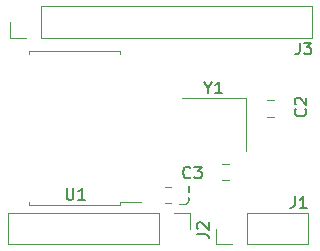
<source format=gbr>
G04 #@! TF.GenerationSoftware,KiCad,Pcbnew,5.1.2-f72e74a~84~ubuntu18.04.1*
G04 #@! TF.CreationDate,2019-06-19T14:53:36+07:00*
G04 #@! TF.ProjectId,serial_matrix_keyboard_shild,73657269-616c-45f6-9d61-747269785f6b,rev?*
G04 #@! TF.SameCoordinates,Original*
G04 #@! TF.FileFunction,Legend,Top*
G04 #@! TF.FilePolarity,Positive*
%FSLAX46Y46*%
G04 Gerber Fmt 4.6, Leading zero omitted, Abs format (unit mm)*
G04 Created by KiCad (PCBNEW 5.1.2-f72e74a~84~ubuntu18.04.1) date 2019-06-19 14:53:36*
%MOMM*%
%LPD*%
G04 APERTURE LIST*
%ADD10C,0.120000*%
%ADD11C,0.150000*%
%ADD12C,0.100000*%
%ADD13C,0.702000*%
%ADD14C,1.252000*%
%ADD15R,1.802000X1.802000*%
%ADD16O,1.802000X1.802000*%
%ADD17R,2.202000X1.902000*%
G04 APERTURE END LIST*
D10*
X203400000Y-89490000D02*
X199540000Y-89490000D01*
X199540000Y-89490000D02*
X199540000Y-89725000D01*
X203400000Y-89490000D02*
X207260000Y-89490000D01*
X207260000Y-89490000D02*
X207260000Y-89725000D01*
X203400000Y-102510000D02*
X199540000Y-102510000D01*
X199540000Y-102510000D02*
X199540000Y-102275000D01*
X203400000Y-102510000D02*
X207260000Y-102510000D01*
X207260000Y-102510000D02*
X207260000Y-102275000D01*
X207260000Y-102275000D02*
X209075000Y-102275000D01*
X211088748Y-102360000D02*
X211611252Y-102360000D01*
X211088748Y-100940000D02*
X211611252Y-100940000D01*
X219738748Y-93590000D02*
X220261252Y-93590000D01*
X219738748Y-95010000D02*
X220261252Y-95010000D01*
X215938748Y-100410000D02*
X216461252Y-100410000D01*
X215938748Y-98990000D02*
X216461252Y-98990000D01*
X223170000Y-105830000D02*
X223170000Y-103170000D01*
X218030000Y-105830000D02*
X223170000Y-105830000D01*
X218030000Y-103170000D02*
X223170000Y-103170000D01*
X218030000Y-105830000D02*
X218030000Y-103170000D01*
X216760000Y-105830000D02*
X215430000Y-105830000D01*
X215430000Y-105830000D02*
X215430000Y-104500000D01*
X197810000Y-103170000D02*
X197810000Y-105830000D01*
X210570000Y-103170000D02*
X197810000Y-103170000D01*
X210570000Y-105830000D02*
X197810000Y-105830000D01*
X210570000Y-103170000D02*
X210570000Y-105830000D01*
X211840000Y-103170000D02*
X213170000Y-103170000D01*
X213170000Y-103170000D02*
X213170000Y-104500000D01*
X223490000Y-88330000D02*
X223490000Y-85670000D01*
X200570000Y-88330000D02*
X223490000Y-88330000D01*
X200570000Y-85670000D02*
X223490000Y-85670000D01*
X200570000Y-88330000D02*
X200570000Y-85670000D01*
X199300000Y-88330000D02*
X197970000Y-88330000D01*
X197970000Y-88330000D02*
X197970000Y-87000000D01*
X217900000Y-97950000D02*
X217900000Y-93450000D01*
X217900000Y-93450000D02*
X212500000Y-93450000D01*
D11*
X202738095Y-101052380D02*
X202738095Y-101861904D01*
X202785714Y-101957142D01*
X202833333Y-102004761D01*
X202928571Y-102052380D01*
X203119047Y-102052380D01*
X203214285Y-102004761D01*
X203261904Y-101957142D01*
X203309523Y-101861904D01*
X203309523Y-101052380D01*
X204309523Y-102052380D02*
X203738095Y-102052380D01*
X204023809Y-102052380D02*
X204023809Y-101052380D01*
X203928571Y-101195238D01*
X203833333Y-101290476D01*
X203738095Y-101338095D01*
X213007142Y-101816666D02*
X213054761Y-101864285D01*
X213102380Y-102007142D01*
X213102380Y-102102380D01*
X213054761Y-102245238D01*
X212959523Y-102340476D01*
X212864285Y-102388095D01*
X212673809Y-102435714D01*
X212530952Y-102435714D01*
X212340476Y-102388095D01*
X212245238Y-102340476D01*
X212150000Y-102245238D01*
X212102380Y-102102380D01*
X212102380Y-102007142D01*
X212150000Y-101864285D01*
X212197619Y-101816666D01*
X213102380Y-100864285D02*
X213102380Y-101435714D01*
X213102380Y-101150000D02*
X212102380Y-101150000D01*
X212245238Y-101245238D01*
X212340476Y-101340476D01*
X212388095Y-101435714D01*
X222957142Y-94366666D02*
X223004761Y-94414285D01*
X223052380Y-94557142D01*
X223052380Y-94652380D01*
X223004761Y-94795238D01*
X222909523Y-94890476D01*
X222814285Y-94938095D01*
X222623809Y-94985714D01*
X222480952Y-94985714D01*
X222290476Y-94938095D01*
X222195238Y-94890476D01*
X222100000Y-94795238D01*
X222052380Y-94652380D01*
X222052380Y-94557142D01*
X222100000Y-94414285D01*
X222147619Y-94366666D01*
X222147619Y-93985714D02*
X222100000Y-93938095D01*
X222052380Y-93842857D01*
X222052380Y-93604761D01*
X222100000Y-93509523D01*
X222147619Y-93461904D01*
X222242857Y-93414285D01*
X222338095Y-93414285D01*
X222480952Y-93461904D01*
X223052380Y-94033333D01*
X223052380Y-93414285D01*
X213233333Y-100157142D02*
X213185714Y-100204761D01*
X213042857Y-100252380D01*
X212947619Y-100252380D01*
X212804761Y-100204761D01*
X212709523Y-100109523D01*
X212661904Y-100014285D01*
X212614285Y-99823809D01*
X212614285Y-99680952D01*
X212661904Y-99490476D01*
X212709523Y-99395238D01*
X212804761Y-99300000D01*
X212947619Y-99252380D01*
X213042857Y-99252380D01*
X213185714Y-99300000D01*
X213233333Y-99347619D01*
X213566666Y-99252380D02*
X214185714Y-99252380D01*
X213852380Y-99633333D01*
X213995238Y-99633333D01*
X214090476Y-99680952D01*
X214138095Y-99728571D01*
X214185714Y-99823809D01*
X214185714Y-100061904D01*
X214138095Y-100157142D01*
X214090476Y-100204761D01*
X213995238Y-100252380D01*
X213709523Y-100252380D01*
X213614285Y-100204761D01*
X213566666Y-100157142D01*
X222066666Y-101752380D02*
X222066666Y-102466666D01*
X222019047Y-102609523D01*
X221923809Y-102704761D01*
X221780952Y-102752380D01*
X221685714Y-102752380D01*
X223066666Y-102752380D02*
X222495238Y-102752380D01*
X222780952Y-102752380D02*
X222780952Y-101752380D01*
X222685714Y-101895238D01*
X222590476Y-101990476D01*
X222495238Y-102038095D01*
X213777380Y-104958333D02*
X214491666Y-104958333D01*
X214634523Y-105005952D01*
X214729761Y-105101190D01*
X214777380Y-105244047D01*
X214777380Y-105339285D01*
X213872619Y-104529761D02*
X213825000Y-104482142D01*
X213777380Y-104386904D01*
X213777380Y-104148809D01*
X213825000Y-104053571D01*
X213872619Y-104005952D01*
X213967857Y-103958333D01*
X214063095Y-103958333D01*
X214205952Y-104005952D01*
X214777380Y-104577380D01*
X214777380Y-103958333D01*
X222466666Y-88752380D02*
X222466666Y-89466666D01*
X222419047Y-89609523D01*
X222323809Y-89704761D01*
X222180952Y-89752380D01*
X222085714Y-89752380D01*
X222847619Y-88752380D02*
X223466666Y-88752380D01*
X223133333Y-89133333D01*
X223276190Y-89133333D01*
X223371428Y-89180952D01*
X223419047Y-89228571D01*
X223466666Y-89323809D01*
X223466666Y-89561904D01*
X223419047Y-89657142D01*
X223371428Y-89704761D01*
X223276190Y-89752380D01*
X222990476Y-89752380D01*
X222895238Y-89704761D01*
X222847619Y-89657142D01*
X214723809Y-92576190D02*
X214723809Y-93052380D01*
X214390476Y-92052380D02*
X214723809Y-92576190D01*
X215057142Y-92052380D01*
X215914285Y-93052380D02*
X215342857Y-93052380D01*
X215628571Y-93052380D02*
X215628571Y-92052380D01*
X215533333Y-92195238D01*
X215438095Y-92290476D01*
X215342857Y-92338095D01*
%LPC*%
D12*
G36*
X208967702Y-101364845D02*
G01*
X208984738Y-101367372D01*
X209001445Y-101371557D01*
X209017661Y-101377359D01*
X209033230Y-101384723D01*
X209048003Y-101393577D01*
X209061836Y-101403837D01*
X209074597Y-101415403D01*
X209086163Y-101428164D01*
X209096423Y-101441997D01*
X209105277Y-101456770D01*
X209112641Y-101472339D01*
X209118443Y-101488555D01*
X209122628Y-101505262D01*
X209125155Y-101522298D01*
X209126000Y-101539500D01*
X209126000Y-101890500D01*
X209125155Y-101907702D01*
X209122628Y-101924738D01*
X209118443Y-101941445D01*
X209112641Y-101957661D01*
X209105277Y-101973230D01*
X209096423Y-101988003D01*
X209086163Y-102001836D01*
X209074597Y-102014597D01*
X209061836Y-102026163D01*
X209048003Y-102036423D01*
X209033230Y-102045277D01*
X209017661Y-102052641D01*
X209001445Y-102058443D01*
X208984738Y-102062628D01*
X208967702Y-102065155D01*
X208950500Y-102066000D01*
X207149500Y-102066000D01*
X207132298Y-102065155D01*
X207115262Y-102062628D01*
X207098555Y-102058443D01*
X207082339Y-102052641D01*
X207066770Y-102045277D01*
X207051997Y-102036423D01*
X207038164Y-102026163D01*
X207025403Y-102014597D01*
X207013837Y-102001836D01*
X207003577Y-101988003D01*
X206994723Y-101973230D01*
X206987359Y-101957661D01*
X206981557Y-101941445D01*
X206977372Y-101924738D01*
X206974845Y-101907702D01*
X206974000Y-101890500D01*
X206974000Y-101539500D01*
X206974845Y-101522298D01*
X206977372Y-101505262D01*
X206981557Y-101488555D01*
X206987359Y-101472339D01*
X206994723Y-101456770D01*
X207003577Y-101441997D01*
X207013837Y-101428164D01*
X207025403Y-101415403D01*
X207038164Y-101403837D01*
X207051997Y-101393577D01*
X207066770Y-101384723D01*
X207082339Y-101377359D01*
X207098555Y-101371557D01*
X207115262Y-101367372D01*
X207132298Y-101364845D01*
X207149500Y-101364000D01*
X208950500Y-101364000D01*
X208967702Y-101364845D01*
X208967702Y-101364845D01*
G37*
D13*
X208050000Y-101715000D03*
D12*
G36*
X208967702Y-100094845D02*
G01*
X208984738Y-100097372D01*
X209001445Y-100101557D01*
X209017661Y-100107359D01*
X209033230Y-100114723D01*
X209048003Y-100123577D01*
X209061836Y-100133837D01*
X209074597Y-100145403D01*
X209086163Y-100158164D01*
X209096423Y-100171997D01*
X209105277Y-100186770D01*
X209112641Y-100202339D01*
X209118443Y-100218555D01*
X209122628Y-100235262D01*
X209125155Y-100252298D01*
X209126000Y-100269500D01*
X209126000Y-100620500D01*
X209125155Y-100637702D01*
X209122628Y-100654738D01*
X209118443Y-100671445D01*
X209112641Y-100687661D01*
X209105277Y-100703230D01*
X209096423Y-100718003D01*
X209086163Y-100731836D01*
X209074597Y-100744597D01*
X209061836Y-100756163D01*
X209048003Y-100766423D01*
X209033230Y-100775277D01*
X209017661Y-100782641D01*
X209001445Y-100788443D01*
X208984738Y-100792628D01*
X208967702Y-100795155D01*
X208950500Y-100796000D01*
X207149500Y-100796000D01*
X207132298Y-100795155D01*
X207115262Y-100792628D01*
X207098555Y-100788443D01*
X207082339Y-100782641D01*
X207066770Y-100775277D01*
X207051997Y-100766423D01*
X207038164Y-100756163D01*
X207025403Y-100744597D01*
X207013837Y-100731836D01*
X207003577Y-100718003D01*
X206994723Y-100703230D01*
X206987359Y-100687661D01*
X206981557Y-100671445D01*
X206977372Y-100654738D01*
X206974845Y-100637702D01*
X206974000Y-100620500D01*
X206974000Y-100269500D01*
X206974845Y-100252298D01*
X206977372Y-100235262D01*
X206981557Y-100218555D01*
X206987359Y-100202339D01*
X206994723Y-100186770D01*
X207003577Y-100171997D01*
X207013837Y-100158164D01*
X207025403Y-100145403D01*
X207038164Y-100133837D01*
X207051997Y-100123577D01*
X207066770Y-100114723D01*
X207082339Y-100107359D01*
X207098555Y-100101557D01*
X207115262Y-100097372D01*
X207132298Y-100094845D01*
X207149500Y-100094000D01*
X208950500Y-100094000D01*
X208967702Y-100094845D01*
X208967702Y-100094845D01*
G37*
D13*
X208050000Y-100445000D03*
D12*
G36*
X208967702Y-98824845D02*
G01*
X208984738Y-98827372D01*
X209001445Y-98831557D01*
X209017661Y-98837359D01*
X209033230Y-98844723D01*
X209048003Y-98853577D01*
X209061836Y-98863837D01*
X209074597Y-98875403D01*
X209086163Y-98888164D01*
X209096423Y-98901997D01*
X209105277Y-98916770D01*
X209112641Y-98932339D01*
X209118443Y-98948555D01*
X209122628Y-98965262D01*
X209125155Y-98982298D01*
X209126000Y-98999500D01*
X209126000Y-99350500D01*
X209125155Y-99367702D01*
X209122628Y-99384738D01*
X209118443Y-99401445D01*
X209112641Y-99417661D01*
X209105277Y-99433230D01*
X209096423Y-99448003D01*
X209086163Y-99461836D01*
X209074597Y-99474597D01*
X209061836Y-99486163D01*
X209048003Y-99496423D01*
X209033230Y-99505277D01*
X209017661Y-99512641D01*
X209001445Y-99518443D01*
X208984738Y-99522628D01*
X208967702Y-99525155D01*
X208950500Y-99526000D01*
X207149500Y-99526000D01*
X207132298Y-99525155D01*
X207115262Y-99522628D01*
X207098555Y-99518443D01*
X207082339Y-99512641D01*
X207066770Y-99505277D01*
X207051997Y-99496423D01*
X207038164Y-99486163D01*
X207025403Y-99474597D01*
X207013837Y-99461836D01*
X207003577Y-99448003D01*
X206994723Y-99433230D01*
X206987359Y-99417661D01*
X206981557Y-99401445D01*
X206977372Y-99384738D01*
X206974845Y-99367702D01*
X206974000Y-99350500D01*
X206974000Y-98999500D01*
X206974845Y-98982298D01*
X206977372Y-98965262D01*
X206981557Y-98948555D01*
X206987359Y-98932339D01*
X206994723Y-98916770D01*
X207003577Y-98901997D01*
X207013837Y-98888164D01*
X207025403Y-98875403D01*
X207038164Y-98863837D01*
X207051997Y-98853577D01*
X207066770Y-98844723D01*
X207082339Y-98837359D01*
X207098555Y-98831557D01*
X207115262Y-98827372D01*
X207132298Y-98824845D01*
X207149500Y-98824000D01*
X208950500Y-98824000D01*
X208967702Y-98824845D01*
X208967702Y-98824845D01*
G37*
D13*
X208050000Y-99175000D03*
D12*
G36*
X208967702Y-97554845D02*
G01*
X208984738Y-97557372D01*
X209001445Y-97561557D01*
X209017661Y-97567359D01*
X209033230Y-97574723D01*
X209048003Y-97583577D01*
X209061836Y-97593837D01*
X209074597Y-97605403D01*
X209086163Y-97618164D01*
X209096423Y-97631997D01*
X209105277Y-97646770D01*
X209112641Y-97662339D01*
X209118443Y-97678555D01*
X209122628Y-97695262D01*
X209125155Y-97712298D01*
X209126000Y-97729500D01*
X209126000Y-98080500D01*
X209125155Y-98097702D01*
X209122628Y-98114738D01*
X209118443Y-98131445D01*
X209112641Y-98147661D01*
X209105277Y-98163230D01*
X209096423Y-98178003D01*
X209086163Y-98191836D01*
X209074597Y-98204597D01*
X209061836Y-98216163D01*
X209048003Y-98226423D01*
X209033230Y-98235277D01*
X209017661Y-98242641D01*
X209001445Y-98248443D01*
X208984738Y-98252628D01*
X208967702Y-98255155D01*
X208950500Y-98256000D01*
X207149500Y-98256000D01*
X207132298Y-98255155D01*
X207115262Y-98252628D01*
X207098555Y-98248443D01*
X207082339Y-98242641D01*
X207066770Y-98235277D01*
X207051997Y-98226423D01*
X207038164Y-98216163D01*
X207025403Y-98204597D01*
X207013837Y-98191836D01*
X207003577Y-98178003D01*
X206994723Y-98163230D01*
X206987359Y-98147661D01*
X206981557Y-98131445D01*
X206977372Y-98114738D01*
X206974845Y-98097702D01*
X206974000Y-98080500D01*
X206974000Y-97729500D01*
X206974845Y-97712298D01*
X206977372Y-97695262D01*
X206981557Y-97678555D01*
X206987359Y-97662339D01*
X206994723Y-97646770D01*
X207003577Y-97631997D01*
X207013837Y-97618164D01*
X207025403Y-97605403D01*
X207038164Y-97593837D01*
X207051997Y-97583577D01*
X207066770Y-97574723D01*
X207082339Y-97567359D01*
X207098555Y-97561557D01*
X207115262Y-97557372D01*
X207132298Y-97554845D01*
X207149500Y-97554000D01*
X208950500Y-97554000D01*
X208967702Y-97554845D01*
X208967702Y-97554845D01*
G37*
D13*
X208050000Y-97905000D03*
D12*
G36*
X208967702Y-96284845D02*
G01*
X208984738Y-96287372D01*
X209001445Y-96291557D01*
X209017661Y-96297359D01*
X209033230Y-96304723D01*
X209048003Y-96313577D01*
X209061836Y-96323837D01*
X209074597Y-96335403D01*
X209086163Y-96348164D01*
X209096423Y-96361997D01*
X209105277Y-96376770D01*
X209112641Y-96392339D01*
X209118443Y-96408555D01*
X209122628Y-96425262D01*
X209125155Y-96442298D01*
X209126000Y-96459500D01*
X209126000Y-96810500D01*
X209125155Y-96827702D01*
X209122628Y-96844738D01*
X209118443Y-96861445D01*
X209112641Y-96877661D01*
X209105277Y-96893230D01*
X209096423Y-96908003D01*
X209086163Y-96921836D01*
X209074597Y-96934597D01*
X209061836Y-96946163D01*
X209048003Y-96956423D01*
X209033230Y-96965277D01*
X209017661Y-96972641D01*
X209001445Y-96978443D01*
X208984738Y-96982628D01*
X208967702Y-96985155D01*
X208950500Y-96986000D01*
X207149500Y-96986000D01*
X207132298Y-96985155D01*
X207115262Y-96982628D01*
X207098555Y-96978443D01*
X207082339Y-96972641D01*
X207066770Y-96965277D01*
X207051997Y-96956423D01*
X207038164Y-96946163D01*
X207025403Y-96934597D01*
X207013837Y-96921836D01*
X207003577Y-96908003D01*
X206994723Y-96893230D01*
X206987359Y-96877661D01*
X206981557Y-96861445D01*
X206977372Y-96844738D01*
X206974845Y-96827702D01*
X206974000Y-96810500D01*
X206974000Y-96459500D01*
X206974845Y-96442298D01*
X206977372Y-96425262D01*
X206981557Y-96408555D01*
X206987359Y-96392339D01*
X206994723Y-96376770D01*
X207003577Y-96361997D01*
X207013837Y-96348164D01*
X207025403Y-96335403D01*
X207038164Y-96323837D01*
X207051997Y-96313577D01*
X207066770Y-96304723D01*
X207082339Y-96297359D01*
X207098555Y-96291557D01*
X207115262Y-96287372D01*
X207132298Y-96284845D01*
X207149500Y-96284000D01*
X208950500Y-96284000D01*
X208967702Y-96284845D01*
X208967702Y-96284845D01*
G37*
D13*
X208050000Y-96635000D03*
D12*
G36*
X208967702Y-95014845D02*
G01*
X208984738Y-95017372D01*
X209001445Y-95021557D01*
X209017661Y-95027359D01*
X209033230Y-95034723D01*
X209048003Y-95043577D01*
X209061836Y-95053837D01*
X209074597Y-95065403D01*
X209086163Y-95078164D01*
X209096423Y-95091997D01*
X209105277Y-95106770D01*
X209112641Y-95122339D01*
X209118443Y-95138555D01*
X209122628Y-95155262D01*
X209125155Y-95172298D01*
X209126000Y-95189500D01*
X209126000Y-95540500D01*
X209125155Y-95557702D01*
X209122628Y-95574738D01*
X209118443Y-95591445D01*
X209112641Y-95607661D01*
X209105277Y-95623230D01*
X209096423Y-95638003D01*
X209086163Y-95651836D01*
X209074597Y-95664597D01*
X209061836Y-95676163D01*
X209048003Y-95686423D01*
X209033230Y-95695277D01*
X209017661Y-95702641D01*
X209001445Y-95708443D01*
X208984738Y-95712628D01*
X208967702Y-95715155D01*
X208950500Y-95716000D01*
X207149500Y-95716000D01*
X207132298Y-95715155D01*
X207115262Y-95712628D01*
X207098555Y-95708443D01*
X207082339Y-95702641D01*
X207066770Y-95695277D01*
X207051997Y-95686423D01*
X207038164Y-95676163D01*
X207025403Y-95664597D01*
X207013837Y-95651836D01*
X207003577Y-95638003D01*
X206994723Y-95623230D01*
X206987359Y-95607661D01*
X206981557Y-95591445D01*
X206977372Y-95574738D01*
X206974845Y-95557702D01*
X206974000Y-95540500D01*
X206974000Y-95189500D01*
X206974845Y-95172298D01*
X206977372Y-95155262D01*
X206981557Y-95138555D01*
X206987359Y-95122339D01*
X206994723Y-95106770D01*
X207003577Y-95091997D01*
X207013837Y-95078164D01*
X207025403Y-95065403D01*
X207038164Y-95053837D01*
X207051997Y-95043577D01*
X207066770Y-95034723D01*
X207082339Y-95027359D01*
X207098555Y-95021557D01*
X207115262Y-95017372D01*
X207132298Y-95014845D01*
X207149500Y-95014000D01*
X208950500Y-95014000D01*
X208967702Y-95014845D01*
X208967702Y-95014845D01*
G37*
D13*
X208050000Y-95365000D03*
D12*
G36*
X208967702Y-93744845D02*
G01*
X208984738Y-93747372D01*
X209001445Y-93751557D01*
X209017661Y-93757359D01*
X209033230Y-93764723D01*
X209048003Y-93773577D01*
X209061836Y-93783837D01*
X209074597Y-93795403D01*
X209086163Y-93808164D01*
X209096423Y-93821997D01*
X209105277Y-93836770D01*
X209112641Y-93852339D01*
X209118443Y-93868555D01*
X209122628Y-93885262D01*
X209125155Y-93902298D01*
X209126000Y-93919500D01*
X209126000Y-94270500D01*
X209125155Y-94287702D01*
X209122628Y-94304738D01*
X209118443Y-94321445D01*
X209112641Y-94337661D01*
X209105277Y-94353230D01*
X209096423Y-94368003D01*
X209086163Y-94381836D01*
X209074597Y-94394597D01*
X209061836Y-94406163D01*
X209048003Y-94416423D01*
X209033230Y-94425277D01*
X209017661Y-94432641D01*
X209001445Y-94438443D01*
X208984738Y-94442628D01*
X208967702Y-94445155D01*
X208950500Y-94446000D01*
X207149500Y-94446000D01*
X207132298Y-94445155D01*
X207115262Y-94442628D01*
X207098555Y-94438443D01*
X207082339Y-94432641D01*
X207066770Y-94425277D01*
X207051997Y-94416423D01*
X207038164Y-94406163D01*
X207025403Y-94394597D01*
X207013837Y-94381836D01*
X207003577Y-94368003D01*
X206994723Y-94353230D01*
X206987359Y-94337661D01*
X206981557Y-94321445D01*
X206977372Y-94304738D01*
X206974845Y-94287702D01*
X206974000Y-94270500D01*
X206974000Y-93919500D01*
X206974845Y-93902298D01*
X206977372Y-93885262D01*
X206981557Y-93868555D01*
X206987359Y-93852339D01*
X206994723Y-93836770D01*
X207003577Y-93821997D01*
X207013837Y-93808164D01*
X207025403Y-93795403D01*
X207038164Y-93783837D01*
X207051997Y-93773577D01*
X207066770Y-93764723D01*
X207082339Y-93757359D01*
X207098555Y-93751557D01*
X207115262Y-93747372D01*
X207132298Y-93744845D01*
X207149500Y-93744000D01*
X208950500Y-93744000D01*
X208967702Y-93744845D01*
X208967702Y-93744845D01*
G37*
D13*
X208050000Y-94095000D03*
D12*
G36*
X208967702Y-92474845D02*
G01*
X208984738Y-92477372D01*
X209001445Y-92481557D01*
X209017661Y-92487359D01*
X209033230Y-92494723D01*
X209048003Y-92503577D01*
X209061836Y-92513837D01*
X209074597Y-92525403D01*
X209086163Y-92538164D01*
X209096423Y-92551997D01*
X209105277Y-92566770D01*
X209112641Y-92582339D01*
X209118443Y-92598555D01*
X209122628Y-92615262D01*
X209125155Y-92632298D01*
X209126000Y-92649500D01*
X209126000Y-93000500D01*
X209125155Y-93017702D01*
X209122628Y-93034738D01*
X209118443Y-93051445D01*
X209112641Y-93067661D01*
X209105277Y-93083230D01*
X209096423Y-93098003D01*
X209086163Y-93111836D01*
X209074597Y-93124597D01*
X209061836Y-93136163D01*
X209048003Y-93146423D01*
X209033230Y-93155277D01*
X209017661Y-93162641D01*
X209001445Y-93168443D01*
X208984738Y-93172628D01*
X208967702Y-93175155D01*
X208950500Y-93176000D01*
X207149500Y-93176000D01*
X207132298Y-93175155D01*
X207115262Y-93172628D01*
X207098555Y-93168443D01*
X207082339Y-93162641D01*
X207066770Y-93155277D01*
X207051997Y-93146423D01*
X207038164Y-93136163D01*
X207025403Y-93124597D01*
X207013837Y-93111836D01*
X207003577Y-93098003D01*
X206994723Y-93083230D01*
X206987359Y-93067661D01*
X206981557Y-93051445D01*
X206977372Y-93034738D01*
X206974845Y-93017702D01*
X206974000Y-93000500D01*
X206974000Y-92649500D01*
X206974845Y-92632298D01*
X206977372Y-92615262D01*
X206981557Y-92598555D01*
X206987359Y-92582339D01*
X206994723Y-92566770D01*
X207003577Y-92551997D01*
X207013837Y-92538164D01*
X207025403Y-92525403D01*
X207038164Y-92513837D01*
X207051997Y-92503577D01*
X207066770Y-92494723D01*
X207082339Y-92487359D01*
X207098555Y-92481557D01*
X207115262Y-92477372D01*
X207132298Y-92474845D01*
X207149500Y-92474000D01*
X208950500Y-92474000D01*
X208967702Y-92474845D01*
X208967702Y-92474845D01*
G37*
D13*
X208050000Y-92825000D03*
D12*
G36*
X208967702Y-91204845D02*
G01*
X208984738Y-91207372D01*
X209001445Y-91211557D01*
X209017661Y-91217359D01*
X209033230Y-91224723D01*
X209048003Y-91233577D01*
X209061836Y-91243837D01*
X209074597Y-91255403D01*
X209086163Y-91268164D01*
X209096423Y-91281997D01*
X209105277Y-91296770D01*
X209112641Y-91312339D01*
X209118443Y-91328555D01*
X209122628Y-91345262D01*
X209125155Y-91362298D01*
X209126000Y-91379500D01*
X209126000Y-91730500D01*
X209125155Y-91747702D01*
X209122628Y-91764738D01*
X209118443Y-91781445D01*
X209112641Y-91797661D01*
X209105277Y-91813230D01*
X209096423Y-91828003D01*
X209086163Y-91841836D01*
X209074597Y-91854597D01*
X209061836Y-91866163D01*
X209048003Y-91876423D01*
X209033230Y-91885277D01*
X209017661Y-91892641D01*
X209001445Y-91898443D01*
X208984738Y-91902628D01*
X208967702Y-91905155D01*
X208950500Y-91906000D01*
X207149500Y-91906000D01*
X207132298Y-91905155D01*
X207115262Y-91902628D01*
X207098555Y-91898443D01*
X207082339Y-91892641D01*
X207066770Y-91885277D01*
X207051997Y-91876423D01*
X207038164Y-91866163D01*
X207025403Y-91854597D01*
X207013837Y-91841836D01*
X207003577Y-91828003D01*
X206994723Y-91813230D01*
X206987359Y-91797661D01*
X206981557Y-91781445D01*
X206977372Y-91764738D01*
X206974845Y-91747702D01*
X206974000Y-91730500D01*
X206974000Y-91379500D01*
X206974845Y-91362298D01*
X206977372Y-91345262D01*
X206981557Y-91328555D01*
X206987359Y-91312339D01*
X206994723Y-91296770D01*
X207003577Y-91281997D01*
X207013837Y-91268164D01*
X207025403Y-91255403D01*
X207038164Y-91243837D01*
X207051997Y-91233577D01*
X207066770Y-91224723D01*
X207082339Y-91217359D01*
X207098555Y-91211557D01*
X207115262Y-91207372D01*
X207132298Y-91204845D01*
X207149500Y-91204000D01*
X208950500Y-91204000D01*
X208967702Y-91204845D01*
X208967702Y-91204845D01*
G37*
D13*
X208050000Y-91555000D03*
D12*
G36*
X208967702Y-89934845D02*
G01*
X208984738Y-89937372D01*
X209001445Y-89941557D01*
X209017661Y-89947359D01*
X209033230Y-89954723D01*
X209048003Y-89963577D01*
X209061836Y-89973837D01*
X209074597Y-89985403D01*
X209086163Y-89998164D01*
X209096423Y-90011997D01*
X209105277Y-90026770D01*
X209112641Y-90042339D01*
X209118443Y-90058555D01*
X209122628Y-90075262D01*
X209125155Y-90092298D01*
X209126000Y-90109500D01*
X209126000Y-90460500D01*
X209125155Y-90477702D01*
X209122628Y-90494738D01*
X209118443Y-90511445D01*
X209112641Y-90527661D01*
X209105277Y-90543230D01*
X209096423Y-90558003D01*
X209086163Y-90571836D01*
X209074597Y-90584597D01*
X209061836Y-90596163D01*
X209048003Y-90606423D01*
X209033230Y-90615277D01*
X209017661Y-90622641D01*
X209001445Y-90628443D01*
X208984738Y-90632628D01*
X208967702Y-90635155D01*
X208950500Y-90636000D01*
X207149500Y-90636000D01*
X207132298Y-90635155D01*
X207115262Y-90632628D01*
X207098555Y-90628443D01*
X207082339Y-90622641D01*
X207066770Y-90615277D01*
X207051997Y-90606423D01*
X207038164Y-90596163D01*
X207025403Y-90584597D01*
X207013837Y-90571836D01*
X207003577Y-90558003D01*
X206994723Y-90543230D01*
X206987359Y-90527661D01*
X206981557Y-90511445D01*
X206977372Y-90494738D01*
X206974845Y-90477702D01*
X206974000Y-90460500D01*
X206974000Y-90109500D01*
X206974845Y-90092298D01*
X206977372Y-90075262D01*
X206981557Y-90058555D01*
X206987359Y-90042339D01*
X206994723Y-90026770D01*
X207003577Y-90011997D01*
X207013837Y-89998164D01*
X207025403Y-89985403D01*
X207038164Y-89973837D01*
X207051997Y-89963577D01*
X207066770Y-89954723D01*
X207082339Y-89947359D01*
X207098555Y-89941557D01*
X207115262Y-89937372D01*
X207132298Y-89934845D01*
X207149500Y-89934000D01*
X208950500Y-89934000D01*
X208967702Y-89934845D01*
X208967702Y-89934845D01*
G37*
D13*
X208050000Y-90285000D03*
D12*
G36*
X199667702Y-89934845D02*
G01*
X199684738Y-89937372D01*
X199701445Y-89941557D01*
X199717661Y-89947359D01*
X199733230Y-89954723D01*
X199748003Y-89963577D01*
X199761836Y-89973837D01*
X199774597Y-89985403D01*
X199786163Y-89998164D01*
X199796423Y-90011997D01*
X199805277Y-90026770D01*
X199812641Y-90042339D01*
X199818443Y-90058555D01*
X199822628Y-90075262D01*
X199825155Y-90092298D01*
X199826000Y-90109500D01*
X199826000Y-90460500D01*
X199825155Y-90477702D01*
X199822628Y-90494738D01*
X199818443Y-90511445D01*
X199812641Y-90527661D01*
X199805277Y-90543230D01*
X199796423Y-90558003D01*
X199786163Y-90571836D01*
X199774597Y-90584597D01*
X199761836Y-90596163D01*
X199748003Y-90606423D01*
X199733230Y-90615277D01*
X199717661Y-90622641D01*
X199701445Y-90628443D01*
X199684738Y-90632628D01*
X199667702Y-90635155D01*
X199650500Y-90636000D01*
X197849500Y-90636000D01*
X197832298Y-90635155D01*
X197815262Y-90632628D01*
X197798555Y-90628443D01*
X197782339Y-90622641D01*
X197766770Y-90615277D01*
X197751997Y-90606423D01*
X197738164Y-90596163D01*
X197725403Y-90584597D01*
X197713837Y-90571836D01*
X197703577Y-90558003D01*
X197694723Y-90543230D01*
X197687359Y-90527661D01*
X197681557Y-90511445D01*
X197677372Y-90494738D01*
X197674845Y-90477702D01*
X197674000Y-90460500D01*
X197674000Y-90109500D01*
X197674845Y-90092298D01*
X197677372Y-90075262D01*
X197681557Y-90058555D01*
X197687359Y-90042339D01*
X197694723Y-90026770D01*
X197703577Y-90011997D01*
X197713837Y-89998164D01*
X197725403Y-89985403D01*
X197738164Y-89973837D01*
X197751997Y-89963577D01*
X197766770Y-89954723D01*
X197782339Y-89947359D01*
X197798555Y-89941557D01*
X197815262Y-89937372D01*
X197832298Y-89934845D01*
X197849500Y-89934000D01*
X199650500Y-89934000D01*
X199667702Y-89934845D01*
X199667702Y-89934845D01*
G37*
D13*
X198750000Y-90285000D03*
D12*
G36*
X199667702Y-91204845D02*
G01*
X199684738Y-91207372D01*
X199701445Y-91211557D01*
X199717661Y-91217359D01*
X199733230Y-91224723D01*
X199748003Y-91233577D01*
X199761836Y-91243837D01*
X199774597Y-91255403D01*
X199786163Y-91268164D01*
X199796423Y-91281997D01*
X199805277Y-91296770D01*
X199812641Y-91312339D01*
X199818443Y-91328555D01*
X199822628Y-91345262D01*
X199825155Y-91362298D01*
X199826000Y-91379500D01*
X199826000Y-91730500D01*
X199825155Y-91747702D01*
X199822628Y-91764738D01*
X199818443Y-91781445D01*
X199812641Y-91797661D01*
X199805277Y-91813230D01*
X199796423Y-91828003D01*
X199786163Y-91841836D01*
X199774597Y-91854597D01*
X199761836Y-91866163D01*
X199748003Y-91876423D01*
X199733230Y-91885277D01*
X199717661Y-91892641D01*
X199701445Y-91898443D01*
X199684738Y-91902628D01*
X199667702Y-91905155D01*
X199650500Y-91906000D01*
X197849500Y-91906000D01*
X197832298Y-91905155D01*
X197815262Y-91902628D01*
X197798555Y-91898443D01*
X197782339Y-91892641D01*
X197766770Y-91885277D01*
X197751997Y-91876423D01*
X197738164Y-91866163D01*
X197725403Y-91854597D01*
X197713837Y-91841836D01*
X197703577Y-91828003D01*
X197694723Y-91813230D01*
X197687359Y-91797661D01*
X197681557Y-91781445D01*
X197677372Y-91764738D01*
X197674845Y-91747702D01*
X197674000Y-91730500D01*
X197674000Y-91379500D01*
X197674845Y-91362298D01*
X197677372Y-91345262D01*
X197681557Y-91328555D01*
X197687359Y-91312339D01*
X197694723Y-91296770D01*
X197703577Y-91281997D01*
X197713837Y-91268164D01*
X197725403Y-91255403D01*
X197738164Y-91243837D01*
X197751997Y-91233577D01*
X197766770Y-91224723D01*
X197782339Y-91217359D01*
X197798555Y-91211557D01*
X197815262Y-91207372D01*
X197832298Y-91204845D01*
X197849500Y-91204000D01*
X199650500Y-91204000D01*
X199667702Y-91204845D01*
X199667702Y-91204845D01*
G37*
D13*
X198750000Y-91555000D03*
D12*
G36*
X199667702Y-92474845D02*
G01*
X199684738Y-92477372D01*
X199701445Y-92481557D01*
X199717661Y-92487359D01*
X199733230Y-92494723D01*
X199748003Y-92503577D01*
X199761836Y-92513837D01*
X199774597Y-92525403D01*
X199786163Y-92538164D01*
X199796423Y-92551997D01*
X199805277Y-92566770D01*
X199812641Y-92582339D01*
X199818443Y-92598555D01*
X199822628Y-92615262D01*
X199825155Y-92632298D01*
X199826000Y-92649500D01*
X199826000Y-93000500D01*
X199825155Y-93017702D01*
X199822628Y-93034738D01*
X199818443Y-93051445D01*
X199812641Y-93067661D01*
X199805277Y-93083230D01*
X199796423Y-93098003D01*
X199786163Y-93111836D01*
X199774597Y-93124597D01*
X199761836Y-93136163D01*
X199748003Y-93146423D01*
X199733230Y-93155277D01*
X199717661Y-93162641D01*
X199701445Y-93168443D01*
X199684738Y-93172628D01*
X199667702Y-93175155D01*
X199650500Y-93176000D01*
X197849500Y-93176000D01*
X197832298Y-93175155D01*
X197815262Y-93172628D01*
X197798555Y-93168443D01*
X197782339Y-93162641D01*
X197766770Y-93155277D01*
X197751997Y-93146423D01*
X197738164Y-93136163D01*
X197725403Y-93124597D01*
X197713837Y-93111836D01*
X197703577Y-93098003D01*
X197694723Y-93083230D01*
X197687359Y-93067661D01*
X197681557Y-93051445D01*
X197677372Y-93034738D01*
X197674845Y-93017702D01*
X197674000Y-93000500D01*
X197674000Y-92649500D01*
X197674845Y-92632298D01*
X197677372Y-92615262D01*
X197681557Y-92598555D01*
X197687359Y-92582339D01*
X197694723Y-92566770D01*
X197703577Y-92551997D01*
X197713837Y-92538164D01*
X197725403Y-92525403D01*
X197738164Y-92513837D01*
X197751997Y-92503577D01*
X197766770Y-92494723D01*
X197782339Y-92487359D01*
X197798555Y-92481557D01*
X197815262Y-92477372D01*
X197832298Y-92474845D01*
X197849500Y-92474000D01*
X199650500Y-92474000D01*
X199667702Y-92474845D01*
X199667702Y-92474845D01*
G37*
D13*
X198750000Y-92825000D03*
D12*
G36*
X199667702Y-93744845D02*
G01*
X199684738Y-93747372D01*
X199701445Y-93751557D01*
X199717661Y-93757359D01*
X199733230Y-93764723D01*
X199748003Y-93773577D01*
X199761836Y-93783837D01*
X199774597Y-93795403D01*
X199786163Y-93808164D01*
X199796423Y-93821997D01*
X199805277Y-93836770D01*
X199812641Y-93852339D01*
X199818443Y-93868555D01*
X199822628Y-93885262D01*
X199825155Y-93902298D01*
X199826000Y-93919500D01*
X199826000Y-94270500D01*
X199825155Y-94287702D01*
X199822628Y-94304738D01*
X199818443Y-94321445D01*
X199812641Y-94337661D01*
X199805277Y-94353230D01*
X199796423Y-94368003D01*
X199786163Y-94381836D01*
X199774597Y-94394597D01*
X199761836Y-94406163D01*
X199748003Y-94416423D01*
X199733230Y-94425277D01*
X199717661Y-94432641D01*
X199701445Y-94438443D01*
X199684738Y-94442628D01*
X199667702Y-94445155D01*
X199650500Y-94446000D01*
X197849500Y-94446000D01*
X197832298Y-94445155D01*
X197815262Y-94442628D01*
X197798555Y-94438443D01*
X197782339Y-94432641D01*
X197766770Y-94425277D01*
X197751997Y-94416423D01*
X197738164Y-94406163D01*
X197725403Y-94394597D01*
X197713837Y-94381836D01*
X197703577Y-94368003D01*
X197694723Y-94353230D01*
X197687359Y-94337661D01*
X197681557Y-94321445D01*
X197677372Y-94304738D01*
X197674845Y-94287702D01*
X197674000Y-94270500D01*
X197674000Y-93919500D01*
X197674845Y-93902298D01*
X197677372Y-93885262D01*
X197681557Y-93868555D01*
X197687359Y-93852339D01*
X197694723Y-93836770D01*
X197703577Y-93821997D01*
X197713837Y-93808164D01*
X197725403Y-93795403D01*
X197738164Y-93783837D01*
X197751997Y-93773577D01*
X197766770Y-93764723D01*
X197782339Y-93757359D01*
X197798555Y-93751557D01*
X197815262Y-93747372D01*
X197832298Y-93744845D01*
X197849500Y-93744000D01*
X199650500Y-93744000D01*
X199667702Y-93744845D01*
X199667702Y-93744845D01*
G37*
D13*
X198750000Y-94095000D03*
D12*
G36*
X199667702Y-95014845D02*
G01*
X199684738Y-95017372D01*
X199701445Y-95021557D01*
X199717661Y-95027359D01*
X199733230Y-95034723D01*
X199748003Y-95043577D01*
X199761836Y-95053837D01*
X199774597Y-95065403D01*
X199786163Y-95078164D01*
X199796423Y-95091997D01*
X199805277Y-95106770D01*
X199812641Y-95122339D01*
X199818443Y-95138555D01*
X199822628Y-95155262D01*
X199825155Y-95172298D01*
X199826000Y-95189500D01*
X199826000Y-95540500D01*
X199825155Y-95557702D01*
X199822628Y-95574738D01*
X199818443Y-95591445D01*
X199812641Y-95607661D01*
X199805277Y-95623230D01*
X199796423Y-95638003D01*
X199786163Y-95651836D01*
X199774597Y-95664597D01*
X199761836Y-95676163D01*
X199748003Y-95686423D01*
X199733230Y-95695277D01*
X199717661Y-95702641D01*
X199701445Y-95708443D01*
X199684738Y-95712628D01*
X199667702Y-95715155D01*
X199650500Y-95716000D01*
X197849500Y-95716000D01*
X197832298Y-95715155D01*
X197815262Y-95712628D01*
X197798555Y-95708443D01*
X197782339Y-95702641D01*
X197766770Y-95695277D01*
X197751997Y-95686423D01*
X197738164Y-95676163D01*
X197725403Y-95664597D01*
X197713837Y-95651836D01*
X197703577Y-95638003D01*
X197694723Y-95623230D01*
X197687359Y-95607661D01*
X197681557Y-95591445D01*
X197677372Y-95574738D01*
X197674845Y-95557702D01*
X197674000Y-95540500D01*
X197674000Y-95189500D01*
X197674845Y-95172298D01*
X197677372Y-95155262D01*
X197681557Y-95138555D01*
X197687359Y-95122339D01*
X197694723Y-95106770D01*
X197703577Y-95091997D01*
X197713837Y-95078164D01*
X197725403Y-95065403D01*
X197738164Y-95053837D01*
X197751997Y-95043577D01*
X197766770Y-95034723D01*
X197782339Y-95027359D01*
X197798555Y-95021557D01*
X197815262Y-95017372D01*
X197832298Y-95014845D01*
X197849500Y-95014000D01*
X199650500Y-95014000D01*
X199667702Y-95014845D01*
X199667702Y-95014845D01*
G37*
D13*
X198750000Y-95365000D03*
D12*
G36*
X199667702Y-96284845D02*
G01*
X199684738Y-96287372D01*
X199701445Y-96291557D01*
X199717661Y-96297359D01*
X199733230Y-96304723D01*
X199748003Y-96313577D01*
X199761836Y-96323837D01*
X199774597Y-96335403D01*
X199786163Y-96348164D01*
X199796423Y-96361997D01*
X199805277Y-96376770D01*
X199812641Y-96392339D01*
X199818443Y-96408555D01*
X199822628Y-96425262D01*
X199825155Y-96442298D01*
X199826000Y-96459500D01*
X199826000Y-96810500D01*
X199825155Y-96827702D01*
X199822628Y-96844738D01*
X199818443Y-96861445D01*
X199812641Y-96877661D01*
X199805277Y-96893230D01*
X199796423Y-96908003D01*
X199786163Y-96921836D01*
X199774597Y-96934597D01*
X199761836Y-96946163D01*
X199748003Y-96956423D01*
X199733230Y-96965277D01*
X199717661Y-96972641D01*
X199701445Y-96978443D01*
X199684738Y-96982628D01*
X199667702Y-96985155D01*
X199650500Y-96986000D01*
X197849500Y-96986000D01*
X197832298Y-96985155D01*
X197815262Y-96982628D01*
X197798555Y-96978443D01*
X197782339Y-96972641D01*
X197766770Y-96965277D01*
X197751997Y-96956423D01*
X197738164Y-96946163D01*
X197725403Y-96934597D01*
X197713837Y-96921836D01*
X197703577Y-96908003D01*
X197694723Y-96893230D01*
X197687359Y-96877661D01*
X197681557Y-96861445D01*
X197677372Y-96844738D01*
X197674845Y-96827702D01*
X197674000Y-96810500D01*
X197674000Y-96459500D01*
X197674845Y-96442298D01*
X197677372Y-96425262D01*
X197681557Y-96408555D01*
X197687359Y-96392339D01*
X197694723Y-96376770D01*
X197703577Y-96361997D01*
X197713837Y-96348164D01*
X197725403Y-96335403D01*
X197738164Y-96323837D01*
X197751997Y-96313577D01*
X197766770Y-96304723D01*
X197782339Y-96297359D01*
X197798555Y-96291557D01*
X197815262Y-96287372D01*
X197832298Y-96284845D01*
X197849500Y-96284000D01*
X199650500Y-96284000D01*
X199667702Y-96284845D01*
X199667702Y-96284845D01*
G37*
D13*
X198750000Y-96635000D03*
D12*
G36*
X199667702Y-97554845D02*
G01*
X199684738Y-97557372D01*
X199701445Y-97561557D01*
X199717661Y-97567359D01*
X199733230Y-97574723D01*
X199748003Y-97583577D01*
X199761836Y-97593837D01*
X199774597Y-97605403D01*
X199786163Y-97618164D01*
X199796423Y-97631997D01*
X199805277Y-97646770D01*
X199812641Y-97662339D01*
X199818443Y-97678555D01*
X199822628Y-97695262D01*
X199825155Y-97712298D01*
X199826000Y-97729500D01*
X199826000Y-98080500D01*
X199825155Y-98097702D01*
X199822628Y-98114738D01*
X199818443Y-98131445D01*
X199812641Y-98147661D01*
X199805277Y-98163230D01*
X199796423Y-98178003D01*
X199786163Y-98191836D01*
X199774597Y-98204597D01*
X199761836Y-98216163D01*
X199748003Y-98226423D01*
X199733230Y-98235277D01*
X199717661Y-98242641D01*
X199701445Y-98248443D01*
X199684738Y-98252628D01*
X199667702Y-98255155D01*
X199650500Y-98256000D01*
X197849500Y-98256000D01*
X197832298Y-98255155D01*
X197815262Y-98252628D01*
X197798555Y-98248443D01*
X197782339Y-98242641D01*
X197766770Y-98235277D01*
X197751997Y-98226423D01*
X197738164Y-98216163D01*
X197725403Y-98204597D01*
X197713837Y-98191836D01*
X197703577Y-98178003D01*
X197694723Y-98163230D01*
X197687359Y-98147661D01*
X197681557Y-98131445D01*
X197677372Y-98114738D01*
X197674845Y-98097702D01*
X197674000Y-98080500D01*
X197674000Y-97729500D01*
X197674845Y-97712298D01*
X197677372Y-97695262D01*
X197681557Y-97678555D01*
X197687359Y-97662339D01*
X197694723Y-97646770D01*
X197703577Y-97631997D01*
X197713837Y-97618164D01*
X197725403Y-97605403D01*
X197738164Y-97593837D01*
X197751997Y-97583577D01*
X197766770Y-97574723D01*
X197782339Y-97567359D01*
X197798555Y-97561557D01*
X197815262Y-97557372D01*
X197832298Y-97554845D01*
X197849500Y-97554000D01*
X199650500Y-97554000D01*
X199667702Y-97554845D01*
X199667702Y-97554845D01*
G37*
D13*
X198750000Y-97905000D03*
D12*
G36*
X199667702Y-98824845D02*
G01*
X199684738Y-98827372D01*
X199701445Y-98831557D01*
X199717661Y-98837359D01*
X199733230Y-98844723D01*
X199748003Y-98853577D01*
X199761836Y-98863837D01*
X199774597Y-98875403D01*
X199786163Y-98888164D01*
X199796423Y-98901997D01*
X199805277Y-98916770D01*
X199812641Y-98932339D01*
X199818443Y-98948555D01*
X199822628Y-98965262D01*
X199825155Y-98982298D01*
X199826000Y-98999500D01*
X199826000Y-99350500D01*
X199825155Y-99367702D01*
X199822628Y-99384738D01*
X199818443Y-99401445D01*
X199812641Y-99417661D01*
X199805277Y-99433230D01*
X199796423Y-99448003D01*
X199786163Y-99461836D01*
X199774597Y-99474597D01*
X199761836Y-99486163D01*
X199748003Y-99496423D01*
X199733230Y-99505277D01*
X199717661Y-99512641D01*
X199701445Y-99518443D01*
X199684738Y-99522628D01*
X199667702Y-99525155D01*
X199650500Y-99526000D01*
X197849500Y-99526000D01*
X197832298Y-99525155D01*
X197815262Y-99522628D01*
X197798555Y-99518443D01*
X197782339Y-99512641D01*
X197766770Y-99505277D01*
X197751997Y-99496423D01*
X197738164Y-99486163D01*
X197725403Y-99474597D01*
X197713837Y-99461836D01*
X197703577Y-99448003D01*
X197694723Y-99433230D01*
X197687359Y-99417661D01*
X197681557Y-99401445D01*
X197677372Y-99384738D01*
X197674845Y-99367702D01*
X197674000Y-99350500D01*
X197674000Y-98999500D01*
X197674845Y-98982298D01*
X197677372Y-98965262D01*
X197681557Y-98948555D01*
X197687359Y-98932339D01*
X197694723Y-98916770D01*
X197703577Y-98901997D01*
X197713837Y-98888164D01*
X197725403Y-98875403D01*
X197738164Y-98863837D01*
X197751997Y-98853577D01*
X197766770Y-98844723D01*
X197782339Y-98837359D01*
X197798555Y-98831557D01*
X197815262Y-98827372D01*
X197832298Y-98824845D01*
X197849500Y-98824000D01*
X199650500Y-98824000D01*
X199667702Y-98824845D01*
X199667702Y-98824845D01*
G37*
D13*
X198750000Y-99175000D03*
D12*
G36*
X199667702Y-100094845D02*
G01*
X199684738Y-100097372D01*
X199701445Y-100101557D01*
X199717661Y-100107359D01*
X199733230Y-100114723D01*
X199748003Y-100123577D01*
X199761836Y-100133837D01*
X199774597Y-100145403D01*
X199786163Y-100158164D01*
X199796423Y-100171997D01*
X199805277Y-100186770D01*
X199812641Y-100202339D01*
X199818443Y-100218555D01*
X199822628Y-100235262D01*
X199825155Y-100252298D01*
X199826000Y-100269500D01*
X199826000Y-100620500D01*
X199825155Y-100637702D01*
X199822628Y-100654738D01*
X199818443Y-100671445D01*
X199812641Y-100687661D01*
X199805277Y-100703230D01*
X199796423Y-100718003D01*
X199786163Y-100731836D01*
X199774597Y-100744597D01*
X199761836Y-100756163D01*
X199748003Y-100766423D01*
X199733230Y-100775277D01*
X199717661Y-100782641D01*
X199701445Y-100788443D01*
X199684738Y-100792628D01*
X199667702Y-100795155D01*
X199650500Y-100796000D01*
X197849500Y-100796000D01*
X197832298Y-100795155D01*
X197815262Y-100792628D01*
X197798555Y-100788443D01*
X197782339Y-100782641D01*
X197766770Y-100775277D01*
X197751997Y-100766423D01*
X197738164Y-100756163D01*
X197725403Y-100744597D01*
X197713837Y-100731836D01*
X197703577Y-100718003D01*
X197694723Y-100703230D01*
X197687359Y-100687661D01*
X197681557Y-100671445D01*
X197677372Y-100654738D01*
X197674845Y-100637702D01*
X197674000Y-100620500D01*
X197674000Y-100269500D01*
X197674845Y-100252298D01*
X197677372Y-100235262D01*
X197681557Y-100218555D01*
X197687359Y-100202339D01*
X197694723Y-100186770D01*
X197703577Y-100171997D01*
X197713837Y-100158164D01*
X197725403Y-100145403D01*
X197738164Y-100133837D01*
X197751997Y-100123577D01*
X197766770Y-100114723D01*
X197782339Y-100107359D01*
X197798555Y-100101557D01*
X197815262Y-100097372D01*
X197832298Y-100094845D01*
X197849500Y-100094000D01*
X199650500Y-100094000D01*
X199667702Y-100094845D01*
X199667702Y-100094845D01*
G37*
D13*
X198750000Y-100445000D03*
D12*
G36*
X199667702Y-101364845D02*
G01*
X199684738Y-101367372D01*
X199701445Y-101371557D01*
X199717661Y-101377359D01*
X199733230Y-101384723D01*
X199748003Y-101393577D01*
X199761836Y-101403837D01*
X199774597Y-101415403D01*
X199786163Y-101428164D01*
X199796423Y-101441997D01*
X199805277Y-101456770D01*
X199812641Y-101472339D01*
X199818443Y-101488555D01*
X199822628Y-101505262D01*
X199825155Y-101522298D01*
X199826000Y-101539500D01*
X199826000Y-101890500D01*
X199825155Y-101907702D01*
X199822628Y-101924738D01*
X199818443Y-101941445D01*
X199812641Y-101957661D01*
X199805277Y-101973230D01*
X199796423Y-101988003D01*
X199786163Y-102001836D01*
X199774597Y-102014597D01*
X199761836Y-102026163D01*
X199748003Y-102036423D01*
X199733230Y-102045277D01*
X199717661Y-102052641D01*
X199701445Y-102058443D01*
X199684738Y-102062628D01*
X199667702Y-102065155D01*
X199650500Y-102066000D01*
X197849500Y-102066000D01*
X197832298Y-102065155D01*
X197815262Y-102062628D01*
X197798555Y-102058443D01*
X197782339Y-102052641D01*
X197766770Y-102045277D01*
X197751997Y-102036423D01*
X197738164Y-102026163D01*
X197725403Y-102014597D01*
X197713837Y-102001836D01*
X197703577Y-101988003D01*
X197694723Y-101973230D01*
X197687359Y-101957661D01*
X197681557Y-101941445D01*
X197677372Y-101924738D01*
X197674845Y-101907702D01*
X197674000Y-101890500D01*
X197674000Y-101539500D01*
X197674845Y-101522298D01*
X197677372Y-101505262D01*
X197681557Y-101488555D01*
X197687359Y-101472339D01*
X197694723Y-101456770D01*
X197703577Y-101441997D01*
X197713837Y-101428164D01*
X197725403Y-101415403D01*
X197738164Y-101403837D01*
X197751997Y-101393577D01*
X197766770Y-101384723D01*
X197782339Y-101377359D01*
X197798555Y-101371557D01*
X197815262Y-101367372D01*
X197832298Y-101364845D01*
X197849500Y-101364000D01*
X199650500Y-101364000D01*
X199667702Y-101364845D01*
X199667702Y-101364845D01*
G37*
D13*
X198750000Y-101715000D03*
D12*
G36*
X212755505Y-100900311D02*
G01*
X212781925Y-100904230D01*
X212807835Y-100910720D01*
X212832983Y-100919718D01*
X212857128Y-100931138D01*
X212880038Y-100944869D01*
X212901492Y-100960780D01*
X212921282Y-100978718D01*
X212939220Y-100998508D01*
X212955131Y-101019962D01*
X212968862Y-101042872D01*
X212980282Y-101067017D01*
X212989280Y-101092165D01*
X212995770Y-101118075D01*
X212999689Y-101144495D01*
X213001000Y-101171173D01*
X213001000Y-102128827D01*
X212999689Y-102155505D01*
X212995770Y-102181925D01*
X212989280Y-102207835D01*
X212980282Y-102232983D01*
X212968862Y-102257128D01*
X212955131Y-102280038D01*
X212939220Y-102301492D01*
X212921282Y-102321282D01*
X212901492Y-102339220D01*
X212880038Y-102355131D01*
X212857128Y-102368862D01*
X212832983Y-102380282D01*
X212807835Y-102389280D01*
X212781925Y-102395770D01*
X212755505Y-102399689D01*
X212728827Y-102401000D01*
X212021173Y-102401000D01*
X211994495Y-102399689D01*
X211968075Y-102395770D01*
X211942165Y-102389280D01*
X211917017Y-102380282D01*
X211892872Y-102368862D01*
X211869962Y-102355131D01*
X211848508Y-102339220D01*
X211828718Y-102321282D01*
X211810780Y-102301492D01*
X211794869Y-102280038D01*
X211781138Y-102257128D01*
X211769718Y-102232983D01*
X211760720Y-102207835D01*
X211754230Y-102181925D01*
X211750311Y-102155505D01*
X211749000Y-102128827D01*
X211749000Y-101171173D01*
X211750311Y-101144495D01*
X211754230Y-101118075D01*
X211760720Y-101092165D01*
X211769718Y-101067017D01*
X211781138Y-101042872D01*
X211794869Y-101019962D01*
X211810780Y-100998508D01*
X211828718Y-100978718D01*
X211848508Y-100960780D01*
X211869962Y-100944869D01*
X211892872Y-100931138D01*
X211917017Y-100919718D01*
X211942165Y-100910720D01*
X211968075Y-100904230D01*
X211994495Y-100900311D01*
X212021173Y-100899000D01*
X212728827Y-100899000D01*
X212755505Y-100900311D01*
X212755505Y-100900311D01*
G37*
D14*
X212375000Y-101650000D03*
D12*
G36*
X210705505Y-100900311D02*
G01*
X210731925Y-100904230D01*
X210757835Y-100910720D01*
X210782983Y-100919718D01*
X210807128Y-100931138D01*
X210830038Y-100944869D01*
X210851492Y-100960780D01*
X210871282Y-100978718D01*
X210889220Y-100998508D01*
X210905131Y-101019962D01*
X210918862Y-101042872D01*
X210930282Y-101067017D01*
X210939280Y-101092165D01*
X210945770Y-101118075D01*
X210949689Y-101144495D01*
X210951000Y-101171173D01*
X210951000Y-102128827D01*
X210949689Y-102155505D01*
X210945770Y-102181925D01*
X210939280Y-102207835D01*
X210930282Y-102232983D01*
X210918862Y-102257128D01*
X210905131Y-102280038D01*
X210889220Y-102301492D01*
X210871282Y-102321282D01*
X210851492Y-102339220D01*
X210830038Y-102355131D01*
X210807128Y-102368862D01*
X210782983Y-102380282D01*
X210757835Y-102389280D01*
X210731925Y-102395770D01*
X210705505Y-102399689D01*
X210678827Y-102401000D01*
X209971173Y-102401000D01*
X209944495Y-102399689D01*
X209918075Y-102395770D01*
X209892165Y-102389280D01*
X209867017Y-102380282D01*
X209842872Y-102368862D01*
X209819962Y-102355131D01*
X209798508Y-102339220D01*
X209778718Y-102321282D01*
X209760780Y-102301492D01*
X209744869Y-102280038D01*
X209731138Y-102257128D01*
X209719718Y-102232983D01*
X209710720Y-102207835D01*
X209704230Y-102181925D01*
X209700311Y-102155505D01*
X209699000Y-102128827D01*
X209699000Y-101171173D01*
X209700311Y-101144495D01*
X209704230Y-101118075D01*
X209710720Y-101092165D01*
X209719718Y-101067017D01*
X209731138Y-101042872D01*
X209744869Y-101019962D01*
X209760780Y-100998508D01*
X209778718Y-100978718D01*
X209798508Y-100960780D01*
X209819962Y-100944869D01*
X209842872Y-100931138D01*
X209867017Y-100919718D01*
X209892165Y-100910720D01*
X209918075Y-100904230D01*
X209944495Y-100900311D01*
X209971173Y-100899000D01*
X210678827Y-100899000D01*
X210705505Y-100900311D01*
X210705505Y-100900311D01*
G37*
D14*
X210325000Y-101650000D03*
D12*
G36*
X219355505Y-93550311D02*
G01*
X219381925Y-93554230D01*
X219407835Y-93560720D01*
X219432983Y-93569718D01*
X219457128Y-93581138D01*
X219480038Y-93594869D01*
X219501492Y-93610780D01*
X219521282Y-93628718D01*
X219539220Y-93648508D01*
X219555131Y-93669962D01*
X219568862Y-93692872D01*
X219580282Y-93717017D01*
X219589280Y-93742165D01*
X219595770Y-93768075D01*
X219599689Y-93794495D01*
X219601000Y-93821173D01*
X219601000Y-94778827D01*
X219599689Y-94805505D01*
X219595770Y-94831925D01*
X219589280Y-94857835D01*
X219580282Y-94882983D01*
X219568862Y-94907128D01*
X219555131Y-94930038D01*
X219539220Y-94951492D01*
X219521282Y-94971282D01*
X219501492Y-94989220D01*
X219480038Y-95005131D01*
X219457128Y-95018862D01*
X219432983Y-95030282D01*
X219407835Y-95039280D01*
X219381925Y-95045770D01*
X219355505Y-95049689D01*
X219328827Y-95051000D01*
X218621173Y-95051000D01*
X218594495Y-95049689D01*
X218568075Y-95045770D01*
X218542165Y-95039280D01*
X218517017Y-95030282D01*
X218492872Y-95018862D01*
X218469962Y-95005131D01*
X218448508Y-94989220D01*
X218428718Y-94971282D01*
X218410780Y-94951492D01*
X218394869Y-94930038D01*
X218381138Y-94907128D01*
X218369718Y-94882983D01*
X218360720Y-94857835D01*
X218354230Y-94831925D01*
X218350311Y-94805505D01*
X218349000Y-94778827D01*
X218349000Y-93821173D01*
X218350311Y-93794495D01*
X218354230Y-93768075D01*
X218360720Y-93742165D01*
X218369718Y-93717017D01*
X218381138Y-93692872D01*
X218394869Y-93669962D01*
X218410780Y-93648508D01*
X218428718Y-93628718D01*
X218448508Y-93610780D01*
X218469962Y-93594869D01*
X218492872Y-93581138D01*
X218517017Y-93569718D01*
X218542165Y-93560720D01*
X218568075Y-93554230D01*
X218594495Y-93550311D01*
X218621173Y-93549000D01*
X219328827Y-93549000D01*
X219355505Y-93550311D01*
X219355505Y-93550311D01*
G37*
D14*
X218975000Y-94300000D03*
D12*
G36*
X221405505Y-93550311D02*
G01*
X221431925Y-93554230D01*
X221457835Y-93560720D01*
X221482983Y-93569718D01*
X221507128Y-93581138D01*
X221530038Y-93594869D01*
X221551492Y-93610780D01*
X221571282Y-93628718D01*
X221589220Y-93648508D01*
X221605131Y-93669962D01*
X221618862Y-93692872D01*
X221630282Y-93717017D01*
X221639280Y-93742165D01*
X221645770Y-93768075D01*
X221649689Y-93794495D01*
X221651000Y-93821173D01*
X221651000Y-94778827D01*
X221649689Y-94805505D01*
X221645770Y-94831925D01*
X221639280Y-94857835D01*
X221630282Y-94882983D01*
X221618862Y-94907128D01*
X221605131Y-94930038D01*
X221589220Y-94951492D01*
X221571282Y-94971282D01*
X221551492Y-94989220D01*
X221530038Y-95005131D01*
X221507128Y-95018862D01*
X221482983Y-95030282D01*
X221457835Y-95039280D01*
X221431925Y-95045770D01*
X221405505Y-95049689D01*
X221378827Y-95051000D01*
X220671173Y-95051000D01*
X220644495Y-95049689D01*
X220618075Y-95045770D01*
X220592165Y-95039280D01*
X220567017Y-95030282D01*
X220542872Y-95018862D01*
X220519962Y-95005131D01*
X220498508Y-94989220D01*
X220478718Y-94971282D01*
X220460780Y-94951492D01*
X220444869Y-94930038D01*
X220431138Y-94907128D01*
X220419718Y-94882983D01*
X220410720Y-94857835D01*
X220404230Y-94831925D01*
X220400311Y-94805505D01*
X220399000Y-94778827D01*
X220399000Y-93821173D01*
X220400311Y-93794495D01*
X220404230Y-93768075D01*
X220410720Y-93742165D01*
X220419718Y-93717017D01*
X220431138Y-93692872D01*
X220444869Y-93669962D01*
X220460780Y-93648508D01*
X220478718Y-93628718D01*
X220498508Y-93610780D01*
X220519962Y-93594869D01*
X220542872Y-93581138D01*
X220567017Y-93569718D01*
X220592165Y-93560720D01*
X220618075Y-93554230D01*
X220644495Y-93550311D01*
X220671173Y-93549000D01*
X221378827Y-93549000D01*
X221405505Y-93550311D01*
X221405505Y-93550311D01*
G37*
D14*
X221025000Y-94300000D03*
D12*
G36*
X217605505Y-98950311D02*
G01*
X217631925Y-98954230D01*
X217657835Y-98960720D01*
X217682983Y-98969718D01*
X217707128Y-98981138D01*
X217730038Y-98994869D01*
X217751492Y-99010780D01*
X217771282Y-99028718D01*
X217789220Y-99048508D01*
X217805131Y-99069962D01*
X217818862Y-99092872D01*
X217830282Y-99117017D01*
X217839280Y-99142165D01*
X217845770Y-99168075D01*
X217849689Y-99194495D01*
X217851000Y-99221173D01*
X217851000Y-100178827D01*
X217849689Y-100205505D01*
X217845770Y-100231925D01*
X217839280Y-100257835D01*
X217830282Y-100282983D01*
X217818862Y-100307128D01*
X217805131Y-100330038D01*
X217789220Y-100351492D01*
X217771282Y-100371282D01*
X217751492Y-100389220D01*
X217730038Y-100405131D01*
X217707128Y-100418862D01*
X217682983Y-100430282D01*
X217657835Y-100439280D01*
X217631925Y-100445770D01*
X217605505Y-100449689D01*
X217578827Y-100451000D01*
X216871173Y-100451000D01*
X216844495Y-100449689D01*
X216818075Y-100445770D01*
X216792165Y-100439280D01*
X216767017Y-100430282D01*
X216742872Y-100418862D01*
X216719962Y-100405131D01*
X216698508Y-100389220D01*
X216678718Y-100371282D01*
X216660780Y-100351492D01*
X216644869Y-100330038D01*
X216631138Y-100307128D01*
X216619718Y-100282983D01*
X216610720Y-100257835D01*
X216604230Y-100231925D01*
X216600311Y-100205505D01*
X216599000Y-100178827D01*
X216599000Y-99221173D01*
X216600311Y-99194495D01*
X216604230Y-99168075D01*
X216610720Y-99142165D01*
X216619718Y-99117017D01*
X216631138Y-99092872D01*
X216644869Y-99069962D01*
X216660780Y-99048508D01*
X216678718Y-99028718D01*
X216698508Y-99010780D01*
X216719962Y-98994869D01*
X216742872Y-98981138D01*
X216767017Y-98969718D01*
X216792165Y-98960720D01*
X216818075Y-98954230D01*
X216844495Y-98950311D01*
X216871173Y-98949000D01*
X217578827Y-98949000D01*
X217605505Y-98950311D01*
X217605505Y-98950311D01*
G37*
D14*
X217225000Y-99700000D03*
D12*
G36*
X215555505Y-98950311D02*
G01*
X215581925Y-98954230D01*
X215607835Y-98960720D01*
X215632983Y-98969718D01*
X215657128Y-98981138D01*
X215680038Y-98994869D01*
X215701492Y-99010780D01*
X215721282Y-99028718D01*
X215739220Y-99048508D01*
X215755131Y-99069962D01*
X215768862Y-99092872D01*
X215780282Y-99117017D01*
X215789280Y-99142165D01*
X215795770Y-99168075D01*
X215799689Y-99194495D01*
X215801000Y-99221173D01*
X215801000Y-100178827D01*
X215799689Y-100205505D01*
X215795770Y-100231925D01*
X215789280Y-100257835D01*
X215780282Y-100282983D01*
X215768862Y-100307128D01*
X215755131Y-100330038D01*
X215739220Y-100351492D01*
X215721282Y-100371282D01*
X215701492Y-100389220D01*
X215680038Y-100405131D01*
X215657128Y-100418862D01*
X215632983Y-100430282D01*
X215607835Y-100439280D01*
X215581925Y-100445770D01*
X215555505Y-100449689D01*
X215528827Y-100451000D01*
X214821173Y-100451000D01*
X214794495Y-100449689D01*
X214768075Y-100445770D01*
X214742165Y-100439280D01*
X214717017Y-100430282D01*
X214692872Y-100418862D01*
X214669962Y-100405131D01*
X214648508Y-100389220D01*
X214628718Y-100371282D01*
X214610780Y-100351492D01*
X214594869Y-100330038D01*
X214581138Y-100307128D01*
X214569718Y-100282983D01*
X214560720Y-100257835D01*
X214554230Y-100231925D01*
X214550311Y-100205505D01*
X214549000Y-100178827D01*
X214549000Y-99221173D01*
X214550311Y-99194495D01*
X214554230Y-99168075D01*
X214560720Y-99142165D01*
X214569718Y-99117017D01*
X214581138Y-99092872D01*
X214594869Y-99069962D01*
X214610780Y-99048508D01*
X214628718Y-99028718D01*
X214648508Y-99010780D01*
X214669962Y-98994869D01*
X214692872Y-98981138D01*
X214717017Y-98969718D01*
X214742165Y-98960720D01*
X214768075Y-98954230D01*
X214794495Y-98950311D01*
X214821173Y-98949000D01*
X215528827Y-98949000D01*
X215555505Y-98950311D01*
X215555505Y-98950311D01*
G37*
D14*
X215175000Y-99700000D03*
D15*
X216760000Y-104500000D03*
D16*
X219300000Y-104500000D03*
X221840000Y-104500000D03*
D15*
X211840000Y-104500000D03*
D16*
X209300000Y-104500000D03*
X206760000Y-104500000D03*
X204220000Y-104500000D03*
X201680000Y-104500000D03*
X199140000Y-104500000D03*
D15*
X199300000Y-87000000D03*
D16*
X201840000Y-87000000D03*
X204380000Y-87000000D03*
X206920000Y-87000000D03*
X209460000Y-87000000D03*
X212000000Y-87000000D03*
X214540000Y-87000000D03*
X217080000Y-87000000D03*
X219620000Y-87000000D03*
X222160000Y-87000000D03*
D17*
X216650000Y-94550000D03*
X213750000Y-94550000D03*
X213750000Y-96850000D03*
X216650000Y-96850000D03*
M02*

</source>
